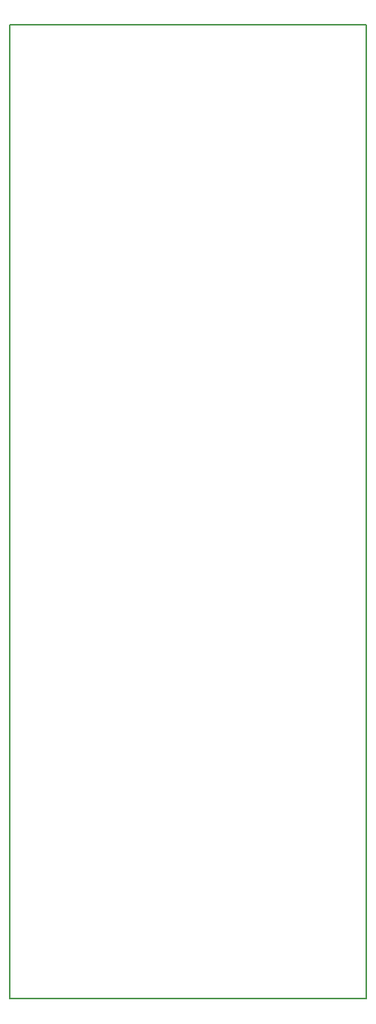
<source format=gbr>
%TF.GenerationSoftware,KiCad,Pcbnew,7.0.2-0*%
%TF.CreationDate,2023-05-29T21:13:20+02:00*%
%TF.ProjectId,dac-board,6461632d-626f-4617-9264-2e6b69636164,rev?*%
%TF.SameCoordinates,Original*%
%TF.FileFunction,Profile,NP*%
%FSLAX46Y46*%
G04 Gerber Fmt 4.6, Leading zero omitted, Abs format (unit mm)*
G04 Created by KiCad (PCBNEW 7.0.2-0) date 2023-05-29 21:13:20*
%MOMM*%
%LPD*%
G01*
G04 APERTURE LIST*
%TA.AperFunction,Profile*%
%ADD10C,0.200000*%
%TD*%
G04 APERTURE END LIST*
D10*
X115925000Y-46665000D02*
X156225000Y-46665000D01*
X156225000Y-156665000D01*
X115925000Y-156665000D01*
X115925000Y-46665000D01*
M02*

</source>
